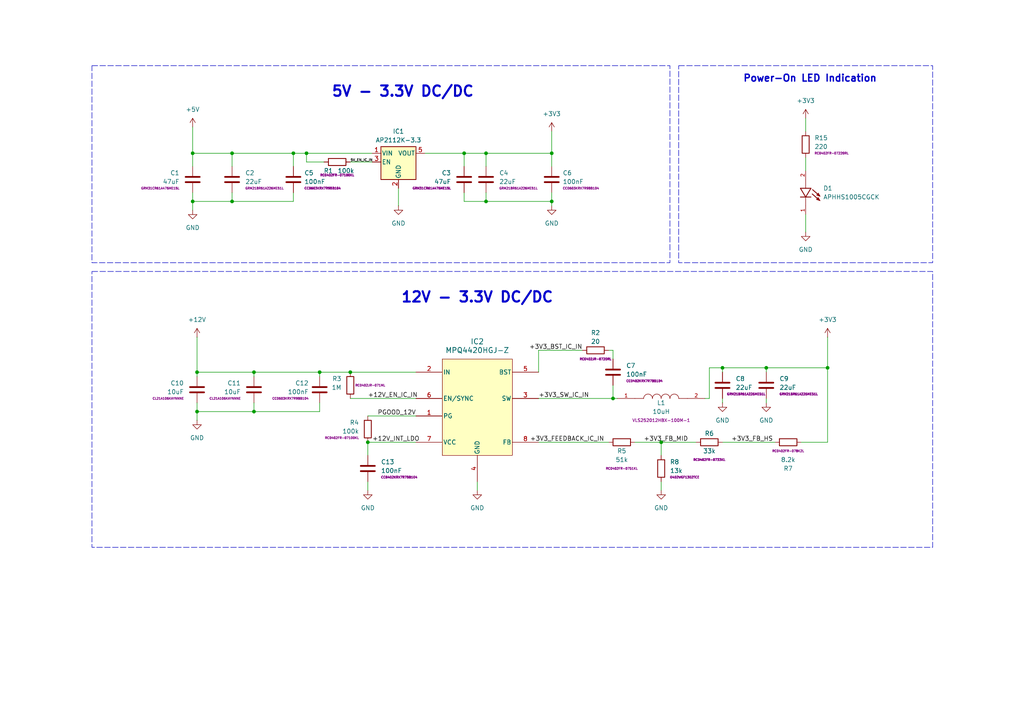
<source format=kicad_sch>
(kicad_sch (version 20250114) (generator "eeschema") (generator_version "9.0")
  (paper "A4")
  (lib_symbols
    (symbol "APHHS1005CGCK:APHHS1005CGCK" (pin_names (offset 1.016))
      (property "Reference" "D" (at -3.0988 4.4958 0))
      (property "Value" "APHHS1005CGCK" (at -3.556 -3.302 0))
      (symbol "APHHS1005CGCK_0_0"
        (polyline (pts (xy -2.54 1.524) (xy -2.54 0)) (stroke (width 0.254)))
        (polyline (pts (xy -2.54 0) (xy -5.08 0)) (stroke (width 0.1524)))
        (polyline (pts (xy -2.54 0) (xy -2.54 -1.524)) (stroke (width 0.254)))
        (polyline (pts (xy -2.54 -1.524) (xy 0 0)) (stroke (width 0.254)))
        (polyline (pts (xy -1.143 3.683) (xy -0.5715 3.175) (xy -0.1905 4.191) (xy -1.143 3.683)) (stroke (width 0.1524)) (fill (type outline)))
        (polyline (pts (xy -0.3556 4.0386) (xy -2.1336 2.0066)) (stroke (width 0.254)))
        (polyline (pts (xy 0 1.524) (xy 0 0)) (stroke (width 0.254)))
        (polyline (pts (xy 0 0) (xy -2.54 1.524)) (stroke (width 0.254)))
        (polyline (pts (xy 0 0) (xy 0 -1.524)) (stroke (width 0.254)))
        (polyline (pts (xy 0.127 3.6195) (xy 0.6985 3.1115) (xy 1.0795 4.191) (xy 0.127 3.6195)) (stroke (width 0.1524)) (fill (type outline)))
        (polyline (pts (xy 0.889 3.937) (xy -0.889 1.905)) (stroke (width 0.254)))
        (polyline (pts (xy 2.54 0) (xy 0 0)) (stroke (width 0.1524)))
        (pin passive line (at -7.62 0 0) (length 2.54) (name "~") (number "2"))
        (pin passive line (at 5.08 0 180) (length 2.54) (name "~") (number "1"))
      )
    )
    (symbol "MPQ4420HGJ-Z:MPQ4420HGJ-Z" (pin_names (offset 0.254))
      (property "Reference" "IC" (at 17.526 9.906 0))
      (property "Value" "MPQ4420HGJ-Z" (at 18.034 7.112 0))
      (symbol "MPQ4420HGJ-Z_0_1"
        (pin power_in line (at 0 1.27 0) (length 7.62) (name "IN") (number "2"))
        (pin input line (at 0 -6.35 0) (length 7.62) (name "EN/SYNC") (number "6"))
        (pin output line (at 0 -11.43 0) (length 7.62) (name "PG") (number "1"))
        (pin power_in line (at 0 -19.05 0) (length 7.62) (name "VCC") (number "7"))
        (pin power_in line (at 17.78 -30.48 90) (length 7.62) (name "GND") (number "4"))
        (pin power_in line (at 35.56 1.27 180) (length 7.62) (name "BST") (number "5"))
        (pin output line (at 35.56 -6.35 180) (length 7.62) (name "SW") (number "3"))
        (pin unspecified line (at 35.56 -19.05 180) (length 7.62) (name "FB") (number "8"))
      )
      (symbol "MPQ4420HGJ-Z_1_1"
        (rectangle (start 7.62 5.08) (end 27.94 -22.86) (fill (type background)))
      )
    )
    (symbol "Project Capacitors:CC0402KRX7R7BB104" (pin_numbers (hide yes)) (pin_names (offset 0.254))
      (property "Reference" "C" (at 0.635 2.54 0))
      (property "Value" "100nF" (at 0.635 -2.54 0))
      (property "Footprint Name" "CC0402KRX7R7BB104" (at 6.35 -4.318 0))
      (symbol "CC0402KRX7R7BB104_0_1"
        (polyline (pts (xy -2.032 0.762) (xy 2.032 0.762)) (stroke (width 0.508)))
        (polyline (pts (xy -2.032 -0.762) (xy 2.032 -0.762)) (stroke (width 0.508)))
      )
      (symbol "CC0402KRX7R7BB104_1_1"
        (pin passive line (at 0 3.81 270) (length 2.794) (name "~") (number "1"))
        (pin passive line (at 0 -3.81 90) (length 2.794) (name "~") (number "2"))
      )
    )
    (symbol "Project Capacitors:CC0603KRX7R9BB104" (pin_numbers (hide yes)) (pin_names (offset 0.254))
      (property "Reference" "C" (at 4.064 -3.048 0))
      (property "Value" "100nF" (at 6.604 -5.588 0))
      (property "Footprint Name" "CC0603KRX7R9BB104" (at 3.81 -7.366 0))
      (symbol "CC0603KRX7R9BB104_0_1"
        (polyline (pts (xy 2.413 2.667) (xy 2.413 -1.397)) (stroke (width 0.508)))
        (polyline (pts (xy 3.937 2.667) (xy 3.937 -1.397)) (stroke (width 0.508)))
      )
      (symbol "CC0603KRX7R9BB104_1_1"
        (pin passive line (at -0.635 0.635 0) (length 2.794) (name "~") (number "2"))
        (pin passive line (at 6.985 0.635 180) (length 2.794) (name "~") (number "1"))
      )
    )
    (symbol "Project Capacitors:CL21A106KAYNNNE" (pin_numbers (hide yes)) (pin_names (offset 0.254))
      (property "Reference" "C" (at 0.635 2.54 0))
      (property "Value" "10uF" (at 0.635 -2.54 0))
      (property "Footprint Name" "CL21A106KAYNNNE" (at 5.334 -4.318 0))
      (symbol "CL21A106KAYNNNE_0_1"
        (polyline (pts (xy -2.032 0.762) (xy 2.032 0.762)) (stroke (width 0.508)))
        (polyline (pts (xy -2.032 -0.762) (xy 2.032 -0.762)) (stroke (width 0.508)))
      )
      (symbol "CL21A106KAYNNNE_1_1"
        (pin passive line (at 0 3.81 270) (length 2.794) (name "~") (number "1"))
        (pin passive line (at 0 -3.81 90) (length 2.794) (name "~") (number "2"))
      )
    )
    (symbol "Project Capacitors:GRM21BR61A226ME51L" (pin_numbers (hide yes)) (pin_names (offset 0.254))
      (property "Reference" "C" (at 0.635 2.54 0))
      (property "Value" "22uF" (at 0.635 -2.54 0))
      (property "Footprint Name" "GRM21BR61A226ME51L" (at 6.35 -4.318 0))
      (symbol "GRM21BR61A226ME51L_0_1"
        (polyline (pts (xy -2.032 0.762) (xy 2.032 0.762)) (stroke (width 0.508)))
        (polyline (pts (xy -2.032 -0.762) (xy 2.032 -0.762)) (stroke (width 0.508)))
      )
      (symbol "GRM21BR61A226ME51L_1_1"
        (pin passive line (at 0 3.81 270) (length 2.794) (name "~") (number "1"))
        (pin passive line (at 0 -3.81 90) (length 2.794) (name "~") (number "2"))
      )
    )
    (symbol "Project Capacitors:GRM31CR61A476ME15L" (pin_numbers (hide yes)) (pin_names (offset 0.254))
      (property "Reference" "C" (at 0.635 2.54 0))
      (property "Value" "47uF" (at 0.635 -2.54 0))
      (property "Footprint Name" "GRM31CR61A476ME15L" (at 6.35 -4.318 0))
      (symbol "GRM31CR61A476ME15L_0_1"
        (polyline (pts (xy -2.032 0.762) (xy 2.032 0.762)) (stroke (width 0.508)))
        (polyline (pts (xy -2.032 -0.762) (xy 2.032 -0.762)) (stroke (width 0.508)))
      )
      (symbol "GRM31CR61A476ME15L_1_1"
        (pin passive line (at 0 3.81 270) (length 2.794) (name "~") (number "1"))
        (pin passive line (at 0 -3.81 90) (length 2.794) (name "~") (number "2"))
      )
    )
    (symbol "Project_Resistors:0402WGF1302TCE" (pin_numbers (hide yes)) (pin_names (offset 0))
      (property "Reference" "R" (at 2.032 0 90))
      (property "Value" "13k" (at 0 0 90))
      (property "Footprint Name" "0402WGF1302TCE" (at 4.064 0.254 90))
      (symbol "0402WGF1302TCE_0_1"
        (rectangle (start -1.016 -2.54) (end 1.016 2.54) (stroke (width 0.254)))
      )
      (symbol "0402WGF1302TCE_1_1"
        (pin passive line (at 0 3.81 270) (length 1.27) (name "~") (number "1"))
        (pin passive line (at 0 -3.81 90) (length 1.27) (name "~") (number "2"))
      )
    )
    (symbol "Project_Resistors:RC0402FR-07100KL" (pin_numbers (hide yes)) (pin_names (offset 0))
      (property "Reference" "R" (at -0.508 2.286 0))
      (property "Value" "100k" (at 0 -2.54 0))
      (property "Footprint Name" "RC0402FR-07100KL" (at -0.254 -4.318 0))
      (symbol "RC0402FR-07100KL_0_1"
        (rectangle (start 2.54 1.016) (end -2.54 -1.016) (stroke (width 0.254)))
      )
      (symbol "RC0402FR-07100KL_1_1"
        (pin passive line (at -3.81 0 0) (length 1.27) (name "~") (number "1"))
        (pin passive line (at 3.81 0 180) (length 1.27) (name "~") (number "2"))
      )
    )
    (symbol "Project_Resistors:RC0402FR-07220RL" (pin_numbers (hide yes)) (pin_names (offset 0))
      (property "Reference" "R" (at -2.54 0 90))
      (property "Value" "220" (at 2.286 0 90))
      (property "Footprint Name" "RC0402FR-07220RL" (at 4.064 0.254 90))
      (symbol "RC0402FR-07220RL_0_1"
        (rectangle (start -1.016 -2.54) (end 1.016 2.54) (stroke (width 0.254)))
      )
      (symbol "RC0402FR-07220RL_1_1"
        (pin passive line (at 0 3.81 270) (length 1.27) (name "~") (number "1"))
        (pin passive line (at 0 -3.81 90) (length 1.27) (name "~") (number "2"))
      )
    )
    (symbol "Project_Resistors:RC0402FR-0733KL" (pin_numbers (hide yes)) (pin_names (offset 0))
      (property "Reference" "R" (at 2.032 0 90))
      (property "Value" "33k" (at 0 0 90))
      (property "Footprint Name" "RC0402FR-0733KL" (at 4.064 0.254 90))
      (symbol "RC0402FR-0733KL_0_1"
        (rectangle (start -1.016 -2.54) (end 1.016 2.54) (stroke (width 0.254)))
      )
      (symbol "RC0402FR-0733KL_1_1"
        (pin passive line (at 0 3.81 270) (length 1.27) (name "~") (number "1"))
        (pin passive line (at 0 -3.81 90) (length 1.27) (name "~") (number "2"))
      )
    )
    (symbol "Project_Resistors:RC0402FR-0751KL" (pin_numbers (hide yes)) (pin_names (offset 0))
      (property "Reference" "R" (at 2.032 0 90))
      (property "Value" "51k" (at 0 0 90))
      (property "Footprint Name" "RC0402FR-0751KL" (at 4.064 0.254 90))
      (symbol "RC0402FR-0751KL_0_1"
        (rectangle (start -1.016 -2.54) (end 1.016 2.54) (stroke (width 0.254)))
      )
      (symbol "RC0402FR-0751KL_1_1"
        (pin passive line (at 0 3.81 270) (length 1.27) (name "~") (number "1"))
        (pin passive line (at 0 -3.81 90) (length 1.27) (name "~") (number "2"))
      )
    )
    (symbol "Project_Resistors:RC0402FR-078K2L" (pin_numbers (hide yes)) (pin_names (offset 0))
      (property "Reference" "R" (at 2.032 0 90))
      (property "Value" "8.2k" (at 0 0 90))
      (property "Footprint Name" "RC0402FR-078K2L" (at 4.064 0.254 90))
      (symbol "RC0402FR-078K2L_0_1"
        (rectangle (start -1.016 -2.54) (end 1.016 2.54) (stroke (width 0.254)))
      )
      (symbol "RC0402FR-078K2L_1_1"
        (pin passive line (at 0 3.81 270) (length 1.27) (name "~") (number "1"))
        (pin passive line (at 0 -3.81 90) (length 1.27) (name "~") (number "2"))
      )
    )
    (symbol "Project_Resistors:RC0402JR-071ML" (pin_numbers (hide yes)) (pin_names (offset 0))
      (property "Reference" "R" (at 2.032 0 90))
      (property "Value" "1M" (at 0 0 90))
      (property "Footprint Name" "RC0402JR-071ML" (at 4.064 0.254 90))
      (symbol "RC0402JR-071ML_0_1"
        (rectangle (start -1.016 -2.54) (end 1.016 2.54) (stroke (width 0.254)))
      )
      (symbol "RC0402JR-071ML_1_1"
        (pin passive line (at 0 3.81 270) (length 1.27) (name "~") (number "1"))
        (pin passive line (at 0 -3.81 90) (length 1.27) (name "~") (number "2"))
      )
    )
    (symbol "Project_Resistors:RC0402JR-0720RL" (pin_numbers (hide yes)) (pin_names (offset 0))
      (property "Reference" "R" (at 2.032 0 90))
      (property "Value" "20" (at 0 0 90))
      (property "Footprint Name" "RC0402JR-0720RL" (at 4.064 0.254 90))
      (symbol "RC0402JR-0720RL_0_1"
        (rectangle (start -1.016 -2.54) (end 1.016 2.54) (stroke (width 0.254)))
      )
      (symbol "RC0402JR-0720RL_1_1"
        (pin passive line (at 0 3.81 270) (length 1.27) (name "~") (number "1"))
        (pin passive line (at 0 -3.81 90) (length 1.27) (name "~") (number "2"))
      )
    )
    (symbol "Regulator_Linear:AP2112K-3.3" (pin_names (offset 0.254))
      (property "Reference" "U" (at -5.08 5.715 0))
      (property "Value" "AP2112K-3.3" (at 0 5.715 0))
      (symbol "AP2112K-3.3_0_1"
        (rectangle (start -5.08 4.445) (end 5.08 -5.08) (stroke (width 0.254)) (fill (type background)))
      )
      (symbol "AP2112K-3.3_1_1"
        (pin power_in line (at -7.62 2.54 0) (length 2.54) (name "VIN") (number "1"))
        (pin input line (at -7.62 0 0) (length 2.54) (name "EN") (number "3"))
        (pin power_in line (at 0 -7.62 90) (length 2.54) (name "GND") (number "2"))
        (pin no_connect line (at 5.08 0 180) (length 2.54) (hide yes) (name "NC") (number "4"))
        (pin power_out line (at 7.62 2.54 180) (length 2.54) (name "VOUT") (number "5"))
      )
    )
    (symbol "VLS252012HBX-100M-1:VLS252012HBX-100M-1" (pin_names (offset 1.016))
      (property "Reference" "L" (at -9.906 2.794 0))
      (property "Value" "10uH" (at -9.906 -1.778 0))
      (property "Footprint Name" "VLS252012HBX-100M-1" (at -1.27 -4.572 0))
      (symbol "VLS252012HBX-100M-1_0_0"
        (pin passive line (at -12.7 0 0) (length 5.08) (name "~") (number "1"))
        (pin passive line (at 12.7 0 180) (length 5.08) (name "~") (number "2"))
      )
      (symbol "VLS252012HBX-100M-1_1_0"
        (polyline (pts (xy -5.08 0) (xy -7.62 0)) (stroke (width 0.1524)))
        (arc (start -5.08 0) (mid -3.81 1.2645) (end -2.54 0) (stroke (width 0.1524)))
        (arc (start -2.54 0) (mid -1.27 1.2645) (end 0 0) (stroke (width 0.1524)))
        (arc (start 0 0) (mid 1.27 1.2645) (end 2.54 0) (stroke (width 0.1524)))
        (arc (start 2.54 0) (mid 3.81 1.2645) (end 5.08 0) (stroke (width 0.1524)))
        (polyline (pts (xy 5.08 0) (xy 7.62 0)) (stroke (width 0.1524)))
      )
    )
    (symbol "power:+12V" (power) (pin_numbers (hide yes)) (pin_names (offset 0) (hide yes))
      (property "Value" "+12V" (at 0 3.556 0))
      (symbol "+12V_0_1"
        (polyline (pts (xy -0.762 1.27) (xy 0 2.54)))
        (polyline (pts (xy 0 2.54) (xy 0.762 1.27)))
        (polyline (pts (xy 0 0) (xy 0 2.54)))
      )
      (symbol "+12V_1_1"
        (pin power_in line (at 0 0 90) (length 0) (name "~") (number "1"))
      )
    )
    (symbol "power:+3V3" (power) (pin_numbers (hide yes)) (pin_names (offset 0) (hide yes))
      (property "Value" "+3V3" (at 0 3.556 0))
      (symbol "+3V3_0_1"
        (polyline (pts (xy -0.762 1.27) (xy 0 2.54)))
        (polyline (pts (xy 0 2.54) (xy 0.762 1.27)))
        (polyline (pts (xy 0 0) (xy 0 2.54)))
      )
      (symbol "+3V3_1_1"
        (pin power_in line (at 0 0 90) (length 0) (name "~") (number "1"))
      )
    )
    (symbol "power:+5V" (power) (pin_numbers (hide yes)) (pin_names (offset 0) (hide yes))
      (property "Value" "+5V" (at 0 3.556 0))
      (symbol "+5V_0_1"
        (polyline (pts (xy -0.762 1.27) (xy 0 2.54)))
        (polyline (pts (xy 0 2.54) (xy 0.762 1.27)))
        (polyline (pts (xy 0 0) (xy 0 2.54)))
      )
      (symbol "+5V_1_1"
        (pin power_in line (at 0 0 90) (length 0) (name "~") (number "1"))
      )
    )
    (symbol "power:GND" (power) (pin_numbers (hide yes)) (pin_names (offset 0) (hide yes))
      (property "Value" "GND" (at 0 -3.81 0))
      (symbol "GND_0_1"
        (polyline (pts (xy 0 0) (xy 0 -1.27) (xy 1.27 -1.27) (xy 0 -2.54) (xy -1.27 -1.27) (xy 0 -1.27)))
      )
      (symbol "GND_1_1"
        (pin power_in line (at 0 0 270) (length 0) (name "~") (number "1"))
      )
    )
  )
  (rectangle (start 26.67 19.05) (end 194.31 76.2) (stroke (width 0) (type dash)))
  (rectangle (start 196.85 19.05) (end 270.51 76.2) (stroke (width 0) (type dash)))
  (rectangle (start 26.67 78.74) (end 270.51 158.75) (stroke (width 0) (type dash)))
  (text "5V - 3.3V DC/DC" (at 116.84 26.67 0) (effects (font (size 3 3) (thickness 0.6) (bold yes))))
  (text "12V - 3.3V DC/DC" (at 138.43 86.36 0) (effects (font (size 3 3) (thickness 0.6) (bold yes))))
  (text "Power-On LED Indication" (at 234.95 22.86 0) (effects (font (size 2 2) (thickness 0.4) (bold yes))))
  (junction (at 55.88 58.42))
  (junction (at 160.02 44.45))
  (junction (at 55.88 44.45))
  (junction (at 73.66 119.38))
  (junction (at 222.25 106.68))
  (junction (at 160.02 58.42))
  (junction (at 67.31 58.42))
  (junction (at 67.31 44.45))
  (junction (at 92.71 107.95))
  (junction (at 101.6 107.95))
  (junction (at 57.15 107.95))
  (junction (at 140.97 44.45))
  (junction (at 88.9 44.45))
  (junction (at 73.66 107.95))
  (junction (at 191.77 128.27))
  (junction (at 85.09 44.45))
  (junction (at 240.03 106.68))
  (junction (at 177.8 115.57))
  (junction (at 209.55 106.68))
  (junction (at 106.68 128.27))
  (junction (at 140.97 58.42))
  (junction (at 134.62 44.45))
  (junction (at 57.15 119.38))
  (wire (pts (xy 101.6 115.57) (xy 120.65 115.57)))
  (wire (pts (xy 177.8 111.76) (xy 177.8 115.57)))
  (wire (pts (xy 106.68 120.65) (xy 120.65 120.65)))
  (wire (pts (xy 177.8 101.6) (xy 176.53 101.6)))
  (wire (pts (xy 106.68 128.27) (xy 106.68 132.08)))
  (wire (pts (xy 205.74 106.68) (xy 209.55 106.68)))
  (wire (pts (xy 204.47 115.57) (xy 205.74 115.57)))
  (wire (pts (xy 73.66 119.38) (xy 92.71 119.38)))
  (wire (pts (xy 55.88 58.42) (xy 67.31 58.42)))
  (wire (pts (xy 134.62 55.88) (xy 134.62 58.42)))
  (wire (pts (xy 73.66 109.22) (xy 73.66 107.95)))
  (wire (pts (xy 55.88 55.88) (xy 55.88 58.42)))
  (wire (pts (xy 123.19 44.45) (xy 134.62 44.45)))
  (wire (pts (xy 177.8 115.57) (xy 179.07 115.57)))
  (wire (pts (xy 101.6 46.99) (xy 107.95 46.99)))
  (wire (pts (xy 140.97 44.45) (xy 160.02 44.45)))
  (wire (pts (xy 156.21 101.6) (xy 168.91 101.6)))
  (wire (pts (xy 209.55 106.68) (xy 222.25 106.68)))
  (wire (pts (xy 55.88 58.42) (xy 55.88 60.96)))
  (wire (pts (xy 67.31 55.88) (xy 67.31 58.42)))
  (wire (pts (xy 240.03 97.79) (xy 240.03 106.68)))
  (wire (pts (xy 140.97 44.45) (xy 140.97 48.26)))
  (wire (pts (xy 156.21 107.95) (xy 156.21 101.6)))
  (wire (pts (xy 140.97 55.88) (xy 140.97 58.42)))
  (wire (pts (xy 134.62 44.45) (xy 140.97 44.45)))
  (wire (pts (xy 134.62 58.42) (xy 140.97 58.42)))
  (wire (pts (xy 67.31 58.42) (xy 85.09 58.42)))
  (wire (pts (xy 233.68 34.29) (xy 233.68 38.1)))
  (wire (pts (xy 209.55 107.95) (xy 209.55 106.68)))
  (wire (pts (xy 57.15 107.95) (xy 73.66 107.95)))
  (wire (pts (xy 209.55 128.27) (xy 224.79 128.27)))
  (wire (pts (xy 138.43 139.7) (xy 138.43 142.24)))
  (wire (pts (xy 205.74 115.57) (xy 205.74 106.68)))
  (wire (pts (xy 57.15 116.84) (xy 57.15 119.38)))
  (wire (pts (xy 160.02 55.88) (xy 160.02 58.42)))
  (wire (pts (xy 101.6 107.95) (xy 120.65 107.95)))
  (wire (pts (xy 160.02 58.42) (xy 160.02 59.69)))
  (wire (pts (xy 67.31 44.45) (xy 67.31 48.26)))
  (wire (pts (xy 156.21 128.27) (xy 176.53 128.27)))
  (wire (pts (xy 73.66 116.84) (xy 73.66 119.38)))
  (wire (pts (xy 140.97 58.42) (xy 160.02 58.42)))
  (wire (pts (xy 85.09 44.45) (xy 85.09 48.26)))
  (wire (pts (xy 88.9 44.45) (xy 107.95 44.45)))
  (wire (pts (xy 88.9 46.99) (xy 88.9 44.45)))
  (wire (pts (xy 55.88 44.45) (xy 55.88 48.26)))
  (wire (pts (xy 85.09 55.88) (xy 85.09 58.42)))
  (wire (pts (xy 191.77 128.27) (xy 201.93 128.27)))
  (wire (pts (xy 73.66 107.95) (xy 92.71 107.95)))
  (wire (pts (xy 93.98 46.99) (xy 88.9 46.99)))
  (wire (pts (xy 67.31 44.45) (xy 85.09 44.45)))
  (wire (pts (xy 240.03 106.68) (xy 240.03 128.27)))
  (wire (pts (xy 134.62 44.45) (xy 134.62 48.26)))
  (wire (pts (xy 222.25 115.57) (xy 222.25 116.84)))
  (wire (pts (xy 184.15 128.27) (xy 191.77 128.27)))
  (wire (pts (xy 57.15 109.22) (xy 57.15 107.95)))
  (wire (pts (xy 106.68 128.27) (xy 120.65 128.27)))
  (wire (pts (xy 106.68 139.7) (xy 106.68 142.24)))
  (wire (pts (xy 57.15 119.38) (xy 57.15 121.92)))
  (wire (pts (xy 156.21 115.57) (xy 177.8 115.57)))
  (wire (pts (xy 88.9 44.45) (xy 85.09 44.45)))
  (wire (pts (xy 177.8 104.14) (xy 177.8 101.6)))
  (wire (pts (xy 209.55 115.57) (xy 209.55 116.84)))
  (wire (pts (xy 160.02 44.45) (xy 160.02 38.1)))
  (wire (pts (xy 222.25 106.68) (xy 240.03 106.68)))
  (wire (pts (xy 160.02 44.45) (xy 160.02 48.26)))
  (wire (pts (xy 232.41 128.27) (xy 240.03 128.27)))
  (wire (pts (xy 92.71 116.84) (xy 92.71 119.38)))
  (wire (pts (xy 191.77 139.7) (xy 191.77 142.24)))
  (wire (pts (xy 233.68 45.72) (xy 233.68 49.53)))
  (wire (pts (xy 115.57 54.61) (xy 115.57 59.69)))
  (wire (pts (xy 233.68 62.23) (xy 233.68 67.31)))
  (wire (pts (xy 55.88 36.83) (xy 55.88 44.45)))
  (wire (pts (xy 191.77 128.27) (xy 191.77 132.08)))
  (wire (pts (xy 57.15 97.79) (xy 57.15 107.95)))
  (wire (pts (xy 57.15 119.38) (xy 73.66 119.38)))
  (wire (pts (xy 92.71 109.22) (xy 92.71 107.95)))
  (wire (pts (xy 222.25 106.68) (xy 222.25 107.95)))
  (wire (pts (xy 55.88 44.45) (xy 67.31 44.45)))
  (wire (pts (xy 92.71 107.95) (xy 101.6 107.95)))
  (label "+3V3_SW_IC_IN" (at 156.21 115.57 0))
  (label "+3V3_FB_HS" (at 212.09 128.27 0))
  (label "PGOOD_12V" (at 120.65 120.65 180))
  (label "+3V3_FB_MID" (at 186.69 128.27 0))
  (label "+3V3_FEEDBACK_IC_IN" (at 175.26 128.27 180))
  (label "+12V_INT_LDO" (at 107.95 128.27 0))
  (label "+12V_EN_IC_IN" (at 106.68 115.57 0))
  (label "5V_EN_IC_IN" (at 101.6 46.99 0) (effects (font (size 0.7 0.7))))
  (label "+3V3_BST_IC_IN" (at 168.91 101.6 180))
  (symbol (lib_id "Project_Resistors:RC0402FR-0733KL") (at 205.74 128.27 90) (mirror x) (unit 1)
    (property "Reference" "R6" (at 205.74 125.73 90))
    (property "Value" "33k" (at 205.74 130.81 90))
    (property "Footprint" "RC0402FR-0733KL:RESC1005X40N" (effects (hide yes)))
    (property "Description" "Resistor" (effects (hide yes)))
    (property "Footprint Name" "RC0402FR-0733KL" (at 205.74 133.35 90) (effects (font (size 0.635 0.635))))
  )
  (symbol (lib_id "Project_Resistors:RC0402FR-078K2L") (at 228.6 128.27 90) (mirror x) (unit 1)
    (property "Reference" "R7" (at 228.6 135.89 90))
    (property "Value" "8.2k" (at 228.6 133.35 90))
    (property "Footprint" "RC0402FR-078K2L:RESC1005X40N" (effects (hide yes)))
    (property "Description" "Resistor" (effects (hide yes)))
    (property "Footprint Name" "RC0402FR-078K2L" (at 228.6 130.81 90) (effects (font (size 0.635 0.635))))
  )
  (symbol (lib_id "Regulator_Linear:AP2112K-3.3") (at 115.57 46.99 0) (unit 1)
    (property "Reference" "IC1" (at 115.57 38.1 0))
    (property "Value" "AP2112K-3.3" (at 115.57 40.64 0))
    (property "Footprint" "Package_TO_SOT_SMD:SOT-23-5" (effects (hide yes)))
    (property "Datasheet" "https://www.diodes.com/assets/Datasheets/AP2112.pdf" (effects (hide yes)))
    (property "Description" "600mA low dropout linear regulator, with enable pin, 3.8V-6V input voltage range, 3.3V fixed positive output, SOT-23-5" (effects (hide yes)))
  )
  (symbol (lib_id "Project Capacitors:GRM21BR61A226ME51L") (at 140.97 52.07 0) (unit 1)
    (property "Reference" "C4" (at 144.78 50.1649 0) (effects (justify left)))
    (property "Value" "22uF" (at 144.78 52.7049 0) (effects (justify left)))
    (property "Footprint" "GRM21BR61A226ME51L:CAPC2012X140N" (effects (hide yes)))
    (property "Description" "Unpolarized capacitor" (effects (hide yes)))
    (property "Footprint Name" "GRM21BR61A226ME51L" (at 144.78 54.61 0) (effects (font (size 0.635 0.635)) (justify left)))
  )
  (symbol (lib_id "Project Capacitors:CC0603KRX7R9BB104") (at 160.655 55.245 90) (unit 1)
    (property "Reference" "C6" (at 163.195 50.1649 90) (effects (justify right)))
    (property "Value" "100nF" (at 163.195 52.7049 90) (effects (justify right)))
    (property "Footprint" "CC0603KRX7R9BB104:CC0603KRX7R9BB104" (effects (hide yes)))
    (property "Description" "Unpolarized capacitor" (effects (hide yes)))
    (property "Footprint Name" "CC0603KRX7R9BB104" (at 163.195 54.61 90) (effects (font (size 0.635 0.635)) (justify right)))
  )
  (symbol (lib_id "Project_Resistors:RC0402JR-0720RL") (at 172.72 101.6 90) (unit 1)
    (property "Reference" "R2" (at 172.72 96.52 90))
    (property "Value" "20" (at 172.72 99.06 90))
    (property "Footprint" "RC0402JR-0720RL:RESC1005X40N" (effects (hide yes)))
    (property "Description" "Resistor" (effects (hide yes)))
    (property "Footprint Name" "RC0402JR-0720RL" (at 172.72 104.14 90) (effects (font (size 0.635 0.635))))
  )
  (symbol (lib_id "Project Capacitors:CC0603KRX7R9BB104") (at 93.345 116.205 90) (unit 1)
    (property "Reference" "C12" (at 89.535 111.1249 90) (effects (justify left)))
    (property "Value" "100nF" (at 89.535 113.6649 90) (effects (justify left)))
    (property "Footprint" "CC0603KRX7R9BB104:CC0603KRX7R9BB104" (effects (hide yes)))
    (property "Description" "Unpolarized capacitor" (effects (hide yes)))
    (property "Footprint Name" "CC0603KRX7R9BB104" (at 89.535 115.57 90) (effects (font (size 0.635 0.635)) (justify left)))
  )
  (symbol (lib_id "Project_Resistors:RC0402FR-07220RL") (at 233.68 41.91 0) (unit 1)
    (property "Reference" "R15" (at 236.22 40.0049 0) (effects (justify left)))
    (property "Value" "220" (at 236.22 42.5449 0) (effects (justify left)))
    (property "Footprint" "RC0402FR-07220RL:RESC1005X40N" (effects (hide yes)))
    (property "Description" "Resistor" (effects (hide yes)))
    (property "Footprint Name" "RC0402FR-07220RL" (at 236.22 44.45 0) (effects (font (size 0.635 0.635)) (justify left)))
  )
  (symbol (lib_id "Project_Resistors:RC0402FR-07100KL") (at 97.79 46.99 0) (mirror x) (unit 1)
    (property "Reference" "R1" (at 95.25 49.53 0))
    (property "Value" "100k" (at 100.33 49.53 0))
    (property "Footprint" "RC0402FR-07100KL:RC0402FR-07100KL" (effects (hide yes)))
    (property "Description" "Resistor" (effects (hide yes)))
    (property "Footprint Name" "RC0402FR-07100KL" (at 97.79 50.8 0) (effects (font (size 0.635 0.635))))
  )
  (symbol (lib_id "Project Capacitors:CC0603KRX7R9BB104") (at 85.725 55.245 90) (unit 1)
    (property "Reference" "C5" (at 88.265 50.1649 90) (effects (justify right)))
    (property "Value" "100nF" (at 88.265 52.7049 90) (effects (justify right)))
    (property "Footprint" "CC0603KRX7R9BB104:CC0603KRX7R9BB104" (effects (hide yes)))
    (property "Description" "Unpolarized capacitor" (effects (hide yes)))
    (property "Footprint Name" "CC0603KRX7R9BB104" (at 88.265 54.61 90) (effects (font (size 0.635 0.635)) (justify right)))
  )
  (symbol (lib_id "MPQ4420HGJ-Z:MPQ4420HGJ-Z") (at 120.65 109.22 0) (unit 1)
    (property "Reference" "IC2" (at 138.43 99.06 0) (effects (font (size 1.524 1.524))))
    (property "Value" "MPQ4420HGJ-Z" (at 138.43 101.6 0) (effects (font (size 1.524 1.524))))
    (property "Footprint" "MPQ4420HGJ-Z:TSOT23-8_MPQ4420H_MNP" (effects (hide yes)))
    (property "Datasheet" "MPQ4420HGJ-Z" (effects (hide yes)))
  )
  (symbol (lib_id "VLS252012HBX-100M-1:VLS252012HBX-100M-1") (at 191.77 115.57 0) (unit 1)
    (property "Reference" "L1" (at 191.77 116.84 0))
    (property "Value" "10uH" (at 191.77 119.38 0))
    (property "Footprint" "VLS252012HBX-100M-1:IND_VLS252012HBX-100M-1" (effects (hide yes)))
    (property "MF" "TDK" (effects (hide yes)))
    (property "MAXIMUM_PACKAGE_HEIGHT" "1.2 mm" (effects (hide yes)))
    (property "Package" "NON STANDARD-2 TDK" (effects (hide yes)))
    (property "Price" "None" (effects (hide yes)))
    (property "Check_prices" "https://www.snapeda.com/parts/VLS252012HBX-100M-1/TDK/view-part/?ref=eda" (effects (hide yes)))
    (property "STANDARD" "Manufacturer Recommendations" (effects (hide yes)))
    (property "PARTREV" "N/A" (effects (hide yes)))
    (property "SnapEDA_Link" "https://www.snapeda.com/parts/VLS252012HBX-100M-1/TDK/view-part/?ref=snap" (effects (hide yes)))
    (property "MP" "VLS252012HBX-100M-1" (effects (hide yes)))
    (property "Description_1" "10 µH Shielded Drum Core, Wirewound Inductor 1 A 540mOhm Max 1008 (2520 Metric)" (effects (hide yes)))
    (property "Availability" "In Stock" (effects (hide yes)))
    (property "MANUFACTURER" "TDK" (effects (hide yes)))
    (property "Footprint Name" "VLS252012HBX-100M-1" (at 191.77 121.92 0) (effects (font (size 0.889 0.889))))
  )
  (symbol (lib_id "power:+3V3") (at 233.68 34.29 0) (unit 1)
    (property "Reference" "#PWR054" (effects (hide yes)))
    (property "Value" "+3V3" (at 233.68 29.21 0))
    (property "Description" "Power symbol creates a global label with name \"+3V3\"" (effects (hide yes)))
  )
  (symbol (lib_id "power:+5V") (at 55.88 36.83 0) (unit 1)
    (property "Reference" "#PWR06" (effects (hide yes)))
    (property "Value" "+5V" (at 55.88 31.75 0))
    (property "Description" "Power symbol creates a global label with name \"+5V\"" (effects (hide yes)))
  )
  (symbol (lib_id "Project Capacitors:CL21A106KAYNNNE") (at 73.66 113.03 0) (mirror y) (unit 1)
    (property "Reference" "C11" (at 69.85 111.1249 0) (effects (justify left)))
    (property "Value" "10uF" (at 69.85 113.6649 0) (effects (justify left)))
    (property "Footprint" "CL21A106KAYNNNE:CAPC2012X135N" (effects (hide yes)))
    (property "Description" "Unpolarized capacitor" (effects (hide yes)))
    (property "Footprint Name" "CL21A106KAYNNNE" (at 69.85 115.57 0) (effects (font (size 0.635 0.635)) (justify left)))
  )
  (symbol (lib_id "Project_Resistors:RC0402JR-071ML") (at 101.6 111.76 0) (mirror y) (unit 1)
    (property "Reference" "R3" (at 99.06 109.8549 0) (effects (justify left)))
    (property "Value" "1M" (at 99.06 112.3949 0) (effects (justify left)))
    (property "Footprint" "RC0402JR-071ML:R0402" (effects (hide yes)))
    (property "Description" "Resistor" (effects (hide yes)))
    (property "Footprint Name" "RC0402JR-071ML" (at 111.76 111.76 0) (effects (font (size 0.635 0.635)) (justify left)))
  )
  (symbol (lib_id "Project Capacitors:GRM21BR61A226ME51L") (at 209.55 111.76 0) (unit 1)
    (property "Reference" "C8" (at 213.36 109.8549 0) (effects (justify left)))
    (property "Value" "22uF" (at 213.36 112.3949 0) (effects (justify left)))
    (property "Footprint" "GRM21BR61A226ME51L:CAPC2012X140N" (effects (hide yes)))
    (property "Description" "Unpolarized capacitor" (effects (hide yes)))
    (property "Footprint Name" "GRM21BR61A226ME51L" (at 210.82 114.3 0) (effects (font (size 0.635 0.635)) (justify left)))
  )
  (symbol (lib_id "power:GND") (at 55.88 60.96 0) (unit 1)
    (property "Reference" "#PWR08" (effects (hide yes)))
    (property "Value" "GND" (at 55.88 66.04 0))
    (property "Description" "Power symbol creates a global label with name \"GND\" , ground" (effects (hide yes)))
  )
  (symbol (lib_id "power:+12V") (at 57.15 97.79 0) (unit 1)
    (property "Reference" "#PWR011" (effects (hide yes)))
    (property "Value" "+12V" (at 57.15 92.71 0))
    (property "Description" "Power symbol creates a global label with name \"+12V\"" (effects (hide yes)))
  )
  (symbol (lib_id "power:+3V3") (at 240.03 97.79 0) (unit 1)
    (property "Reference" "#PWR012" (effects (hide yes)))
    (property "Value" "+3V3" (at 240.03 92.71 0))
    (property "Description" "Power symbol creates a global label with name \"+3V3\"" (effects (hide yes)))
  )
  (symbol (lib_id "Project_Resistors:RC0402FR-0751KL") (at 180.34 128.27 90) (mirror x) (unit 1)
    (property "Reference" "R5" (at 180.34 130.81 90))
    (property "Value" "51k" (at 180.34 133.35 90))
    (property "Footprint" "RC0402FR-0751KL:RESC1005X40N" (effects (hide yes)))
    (property "Description" "Resistor" (effects (hide yes)))
    (property "Footprint Name" "RC0402FR-0751KL" (at 180.34 135.89 90) (effects (font (size 0.635 0.635))))
  )
  (symbol (lib_id "Project Capacitors:CC0402KRX7R7BB104") (at 177.8 107.95 0) (unit 1)
    (property "Reference" "C7" (at 181.61 106.0449 0) (effects (justify left)))
    (property "Value" "100nF" (at 181.61 108.5849 0) (effects (justify left)))
    (property "Footprint" "CC0402KRX7R7BB104:CAPC1005X55N" (effects (hide yes)))
    (property "Description" "Unpolarized capacitor" (effects (hide yes)))
    (property "Footprint Name" "CC0402KRX7R7BB104" (at 181.61 110.49 0) (effects (font (size 0.635 0.635)) (justify left)))
  )
  (symbol (lib_id "APHHS1005CGCK:APHHS1005CGCK") (at 233.68 57.15 270) (unit 1)
    (property "Reference" "D1" (at 238.76 54.6099 90) (effects (justify left)))
    (property "Value" "APHHS1005CGCK" (at 238.76 57.1499 90) (effects (justify left)))
    (property "Footprint" "APHHS1005CGCK:LED_APHHS1005CGCK" (effects (hide yes)))
    (property "MF" "Kingbright" (effects (hide yes)))
    (property "MAXIMUM_PACKAGE_HEIGHT" "0.25mm" (effects (hide yes)))
    (property "Package" "0402 Kingbright" (effects (hide yes)))
    (property "Price" "None" (effects (hide yes)))
    (property "Check_prices" "https://www.snapeda.com/parts/APHHS1005CGCK/Kingbright/view-part/?ref=eda" (effects (hide yes)))
    (property "STANDARD" "Manufacturer Recommendations" (effects (hide yes)))
    (property "PARTREV" "V.9B" (effects (hide yes)))
    (property "SnapEDA_Link" "https://www.snapeda.com/parts/APHHS1005CGCK/Kingbright/view-part/?ref=snap" (effects (hide yes)))
    (property "MP" "APHHS1005CGCK" (effects (hide yes)))
    (property "Description_1" "Green 570nm LED Indication - Discrete 2.1V 0402 (1005 Metric)" (effects (hide yes)))
    (property "Availability" "In Stock" (effects (hide yes)))
    (property "MANUFACTURER" "Kingbright" (effects (hide yes)))
  )
  (symbol (lib_id "power:GND") (at 233.68 67.31 0) (unit 1)
    (property "Reference" "#PWR055" (effects (hide yes)))
    (property "Value" "GND" (at 233.68 72.39 0))
    (property "Description" "Power symbol creates a global label with name \"GND\" , ground" (effects (hide yes)))
  )
  (symbol (lib_id "power:+3V3") (at 160.02 38.1 0) (unit 1)
    (property "Reference" "#PWR07" (effects (hide yes)))
    (property "Value" "+3V3" (at 160.02 33.02 0))
    (property "Description" "Power symbol creates a global label with name \"+3V3\"" (effects (hide yes)))
  )
  (symbol (lib_id "power:GND") (at 57.15 121.92 0) (unit 1)
    (property "Reference" "#PWR015" (effects (hide yes)))
    (property "Value" "GND" (at 57.15 127 0))
    (property "Description" "Power symbol creates a global label with name \"GND\" , ground" (effects (hide yes)))
  )
  (symbol (lib_id "Project Capacitors:GRM21BR61A226ME51L") (at 222.25 111.76 0) (unit 1)
    (property "Reference" "C9" (at 226.06 109.8549 0) (effects (justify left)))
    (property "Value" "22uF" (at 226.06 112.3949 0) (effects (justify left)))
    (property "Footprint" "GRM21BR61A226ME51L:CAPC2012X140N" (effects (hide yes)))
    (property "Description" "Unpolarized capacitor" (effects (hide yes)))
    (property "Footprint Name" "GRM21BR61A226ME51L" (at 226.06 114.3 0) (effects (font (size 0.635 0.635)) (justify left)))
  )
  (symbol (lib_id "power:GND") (at 106.68 142.24 0) (unit 1)
    (property "Reference" "#PWR016" (effects (hide yes)))
    (property "Value" "GND" (at 106.68 147.32 0))
    (property "Description" "Power symbol creates a global label with name \"GND\" , ground" (effects (hide yes)))
  )
  (symbol (lib_id "Project Capacitors:GRM31CR61A476ME15L") (at 55.88 52.07 0) (mirror y) (unit 1)
    (property "Reference" "C1" (at 52.07 50.1649 0) (effects (justify left)))
    (property "Value" "47uF" (at 52.07 52.7049 0) (effects (justify left)))
    (property "Footprint" "GRM31CR61A476ME15L:CAPC3216X180N" (effects (hide yes)))
    (property "Description" "Unpolarized capacitor" (effects (hide yes)))
    (property "Footprint Name" "GRM31CR61A476ME15L" (at 52.07 54.61 0) (effects (font (size 0.635 0.635)) (justify left)))
  )
  (symbol (lib_id "Project_Resistors:RC0402FR-07100KL") (at 106.68 124.46 270) (unit 1)
    (property "Reference" "R4" (at 104.14 122.5549 90) (effects (justify right)))
    (property "Value" "100k" (at 104.14 125.0949 90) (effects (justify right)))
    (property "Footprint" "RC0402FR-07100KL:RC0402FR-07100KL" (effects (hide yes)))
    (property "Description" "Resistor" (effects (hide yes)))
    (property "Footprint Name" "RC0402FR-07100KL" (at 104.14 127 90) (effects (font (size 0.635 0.635)) (justify right)))
  )
  (symbol (lib_id "Project Capacitors:GRM31CR61A476ME15L") (at 134.62 52.07 0) (unit 1)
    (property "Reference" "C3" (at 130.81 50.1649 0) (effects (justify right)))
    (property "Value" "47uF" (at 130.81 52.7049 0) (effects (justify right)))
    (property "Footprint" "GRM31CR61A476ME15L:CAPC3216X180N" (effects (hide yes)))
    (property "Description" "Unpolarized capacitor" (effects (hide yes)))
    (property "Footprint Name" "GRM31CR61A476ME15L" (at 130.81 54.61 0) (effects (font (size 0.635 0.635)) (justify right)))
  )
  (symbol (lib_id "Project Capacitors:CC0402KRX7R7BB104") (at 106.68 135.89 0) (unit 1)
    (property "Reference" "C13" (at 110.49 133.9849 0) (effects (justify left)))
    (property "Value" "100nF" (at 110.49 136.5249 0) (effects (justify left)))
    (property "Footprint" "CC0402KRX7R7BB104:CAPC1005X55N" (effects (hide yes)))
    (property "Description" "Unpolarized capacitor" (effects (hide yes)))
    (property "Footprint Name" "CC0402KRX7R7BB104" (at 110.49 138.43 0) (effects (font (size 0.635 0.635)) (justify left)))
  )
  (symbol (lib_id "power:GND") (at 115.57 59.69 0) (unit 1)
    (property "Reference" "#PWR09" (effects (hide yes)))
    (property "Value" "GND" (at 115.57 64.77 0))
    (property "Description" "Power symbol creates a global label with name \"GND\" , ground" (effects (hide yes)))
  )
  (symbol (lib_id "power:GND") (at 209.55 116.84 0) (unit 1)
    (property "Reference" "#PWR013" (effects (hide yes)))
    (property "Value" "GND" (at 209.55 121.92 0))
    (property "Description" "Power symbol creates a global label with name \"GND\" , ground" (effects (hide yes)))
  )
  (symbol (lib_id "power:GND") (at 191.77 142.24 0) (unit 1)
    (property "Reference" "#PWR018" (effects (hide yes)))
    (property "Value" "GND" (at 191.77 147.32 0))
    (property "Description" "Power symbol creates a global label with name \"GND\" , ground" (effects (hide yes)))
  )
  (symbol (lib_id "Project Capacitors:CL21A106KAYNNNE") (at 57.15 113.03 0) (mirror y) (unit 1)
    (property "Reference" "C10" (at 53.34 111.1249 0) (effects (justify left)))
    (property "Value" "10uF" (at 53.34 113.6649 0) (effects (justify left)))
    (property "Footprint" "CL21A106KAYNNNE:CAPC2012X135N" (effects (hide yes)))
    (property "Description" "Unpolarized capacitor" (effects (hide yes)))
    (property "Footprint Name" "CL21A106KAYNNNE" (at 53.34 115.57 0) (effects (font (size 0.635 0.635)) (justify left)))
  )
  (symbol (lib_id "Project_Resistors:0402WGF1302TCE") (at 191.77 135.89 0) (unit 1)
    (property "Reference" "R8" (at 194.31 133.9849 0) (effects (justify left)))
    (property "Value" "13k" (at 194.31 136.5249 0) (effects (justify left)))
    (property "Footprint" "0402WGF1302TCE:RESC1005X40N" (effects (hide yes)))
    (property "Description" "Resistor" (effects (hide yes)))
    (property "Footprint Name" "0402WGF1302TCE" (at 194.31 138.43 0) (effects (font (size 0.635 0.635)) (justify left)))
  )
  (symbol (lib_id "Project Capacitors:GRM21BR61A226ME51L") (at 67.31 52.07 0) (unit 1)
    (property "Reference" "C2" (at 71.12 50.1649 0) (effects (justify left)))
    (property "Value" "22uF" (at 71.12 52.7049 0) (effects (justify left)))
    (property "Footprint" "GRM21BR61A226ME51L:CAPC2012X140N" (effects (hide yes)))
    (property "Description" "Unpolarized capacitor" (effects (hide yes)))
    (property "Footprint Name" "GRM21BR61A226ME51L" (at 71.12 54.61 0) (effects (font (size 0.635 0.635)) (justify left)))
  )
  (symbol (lib_id "power:GND") (at 222.25 116.84 0) (unit 1)
    (property "Reference" "#PWR014" (effects (hide yes)))
    (property "Value" "GND" (at 222.25 121.92 0))
    (property "Description" "Power symbol creates a global label with name \"GND\" , ground" (effects (hide yes)))
  )
  (symbol (lib_id "power:GND") (at 160.02 59.69 0) (unit 1)
    (property "Reference" "#PWR010" (effects (hide yes)))
    (property "Value" "GND" (at 160.02 64.77 0))
    (property "Description" "Power symbol creates a global label with name \"GND\" , ground" (effects (hide yes)))
  )
  (symbol (lib_id "power:GND") (at 138.43 142.24 0) (unit 1)
    (property "Reference" "#PWR017" (effects (hide yes)))
    (property "Value" "GND" (at 138.43 147.32 0))
    (property "Description" "Power symbol creates a global label with name \"GND\" , ground" (effects (hide yes)))
  )
)
</source>
